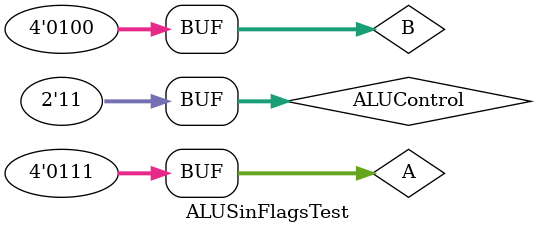
<source format=sv>
module ALUSinFlagsTest();
	
	logic [3:0] A, B, out;
	logic [1:0] ALUControl;
	logic cout;
	
	ALUSinFlags #(4) aluSinFlags(A,B, ALUControl, out, cout);
	
	
			
	initial begin
		//Suma
		A = 4'd3; B = 4'd14; ALUControl = 00; #5;	
		A = 4'd2; B = 4'd6;  ALUControl = 00; #5;	
		A = 4'd7; B = 4'd4;  ALUControl = 00; #5; 
		
		//Resta
		A = 4'd3; B = 4'd14; ALUControl = 01; #5;	
		A = 4'd2; B = 4'd6;  ALUControl = 01; #5;	
		A = 4'd7; B = 4'd4;  ALUControl = 01; #5;		
				
		//XOR
		A = 4'd3; B = 4'd14; ALUControl = 10; #5;	
		A = 4'd2; B = 4'd6;  ALUControl = 10; #5;	
		A = 4'd7; B = 4'd4;  ALUControl = 10; #5;		
		
		
		//NOT de A
		A = 4'd3; B = 4'd14; ALUControl = 11; #5;	
		A = 4'd2; B = 4'd6;  ALUControl = 11; #5;	
		A = 4'd7; B = 4'd4;  ALUControl = 11; #5;
	

	
	end
	
	
	

endmodule
</source>
